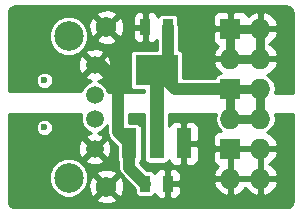
<source format=gtl>
G04 #@! TF.FileFunction,Copper,L1,Top,Signal*
%FSLAX46Y46*%
G04 Gerber Fmt 4.6, Leading zero omitted, Abs format (unit mm)*
G04 Created by KiCad (PCBNEW (2015-01-02 BZR 5348)-product) date 4/1/2015 10:56:25 PM*
%MOMM*%
G01*
G04 APERTURE LIST*
%ADD10C,0.100000*%
%ADD11R,0.889000X1.397000*%
%ADD12C,1.500000*%
%ADD13C,2.500000*%
%ADD14C,0.600000*%
%ADD15R,1.727200X1.727200*%
%ADD16O,1.727200X1.727200*%
%ADD17R,1.250000X2.550000*%
%ADD18R,1.250000X8.750000*%
%ADD19R,3.650000X2.550000*%
%ADD20C,1.727200*%
%ADD21C,1.000000*%
%ADD22C,0.750000*%
%ADD23C,0.254000*%
G04 APERTURE END LIST*
D10*
D11*
X129202500Y-109000000D03*
X127297500Y-109000000D03*
X129202500Y-95750000D03*
X127297500Y-95750000D03*
D12*
X123000000Y-106060000D03*
X123000000Y-103520000D03*
X123000000Y-101480000D03*
X123000000Y-98940000D03*
D13*
X120800000Y-108500000D03*
X120800000Y-96500000D03*
D14*
X118750000Y-104250000D03*
X118750000Y-100250000D03*
D15*
X134500000Y-106040000D03*
D16*
X134500000Y-108580000D03*
X137040000Y-106040000D03*
X137040000Y-108580000D03*
D15*
X134500000Y-100960000D03*
D16*
X134500000Y-103500000D03*
X137040000Y-100960000D03*
X137040000Y-103500000D03*
D15*
X134500000Y-95880000D03*
D16*
X134500000Y-98420000D03*
X137040000Y-95880000D03*
X137040000Y-98420000D03*
D17*
X125950000Y-105600000D03*
D18*
X128250000Y-102500000D03*
D17*
X130550000Y-105600000D03*
D19*
X128250000Y-99400000D03*
D20*
X124000000Y-109250000D03*
X124000000Y-95750000D03*
D21*
X125000000Y-100400000D02*
X125000000Y-104650000D01*
X125000000Y-104650000D02*
X125950000Y-105600000D01*
X123540000Y-98940000D02*
X125000000Y-100400000D01*
X123000000Y-98940000D02*
X123540000Y-98940000D01*
X125950000Y-107652500D02*
X127297500Y-109000000D01*
X125950000Y-105600000D02*
X125950000Y-107652500D01*
D22*
X134500000Y-95880000D02*
X137040000Y-95880000D01*
X137040000Y-95880000D02*
X137040000Y-98420000D01*
X137040000Y-98420000D02*
X134500000Y-98420000D01*
X134500000Y-98420000D02*
X134500000Y-95880000D01*
D21*
X128250000Y-99400000D02*
X128250000Y-102500000D01*
X129202500Y-98447500D02*
X128250000Y-99400000D01*
X129202500Y-95750000D02*
X129202500Y-98447500D01*
X128250000Y-99400000D02*
X128250000Y-102500000D01*
X129810000Y-100960000D02*
X128250000Y-99400000D01*
X134500000Y-100960000D02*
X129810000Y-100960000D01*
D22*
X134500000Y-103500000D02*
X137040000Y-103500000D01*
X137040000Y-103500000D02*
X137040000Y-100960000D01*
X137040000Y-100960000D02*
X134500000Y-100960000D01*
X134500000Y-100960000D02*
X134500000Y-103500000D01*
D23*
G36*
X139768200Y-110452549D02*
X139720034Y-110694694D01*
X139609748Y-110859748D01*
X139444693Y-110970034D01*
X139202549Y-111018200D01*
X138494958Y-111018200D01*
X138494958Y-108939026D01*
X138494958Y-108220974D01*
X138322688Y-107805053D01*
X137928490Y-107373179D01*
X137793687Y-107310000D01*
X137928490Y-107246821D01*
X138322688Y-106814947D01*
X138494958Y-106399026D01*
X138373817Y-106167000D01*
X137167000Y-106167000D01*
X137167000Y-107245531D01*
X137167000Y-107374469D01*
X137167000Y-108453000D01*
X138373817Y-108453000D01*
X138494958Y-108220974D01*
X138494958Y-108939026D01*
X138373817Y-108707000D01*
X137167000Y-108707000D01*
X137167000Y-109914469D01*
X137399027Y-110034968D01*
X137928490Y-109786821D01*
X138322688Y-109354947D01*
X138494958Y-108939026D01*
X138494958Y-111018200D01*
X136913000Y-111018200D01*
X136913000Y-109914469D01*
X136913000Y-108707000D01*
X136913000Y-108453000D01*
X136913000Y-107374469D01*
X136913000Y-107245531D01*
X136913000Y-106167000D01*
X135839850Y-106167000D01*
X135706183Y-106167000D01*
X134627000Y-106167000D01*
X134627000Y-107245531D01*
X134627000Y-107379850D01*
X134627000Y-108453000D01*
X135706183Y-108453000D01*
X135833817Y-108453000D01*
X136913000Y-108453000D01*
X136913000Y-108707000D01*
X135833817Y-108707000D01*
X135706183Y-108707000D01*
X134627000Y-108707000D01*
X134627000Y-109914469D01*
X134859027Y-110034968D01*
X135388490Y-109786821D01*
X135770000Y-109368847D01*
X136151510Y-109786821D01*
X136680973Y-110034968D01*
X136913000Y-109914469D01*
X136913000Y-111018200D01*
X134373000Y-111018200D01*
X134373000Y-109914469D01*
X134373000Y-108707000D01*
X134373000Y-108453000D01*
X134373000Y-107379850D01*
X134373000Y-107245531D01*
X134373000Y-106167000D01*
X133160150Y-106167000D01*
X133001400Y-106325750D01*
X133001400Y-106777291D01*
X133001400Y-107029910D01*
X133098073Y-107263299D01*
X133276702Y-107441927D01*
X133474119Y-107523700D01*
X133217312Y-107805053D01*
X133045042Y-108220974D01*
X133166183Y-108453000D01*
X134373000Y-108453000D01*
X134373000Y-108707000D01*
X133166183Y-108707000D01*
X133045042Y-108939026D01*
X133217312Y-109354947D01*
X133611510Y-109786821D01*
X134140973Y-110034968D01*
X134373000Y-109914469D01*
X134373000Y-111018200D01*
X131810000Y-111018200D01*
X131810000Y-107001310D01*
X131810000Y-106748691D01*
X131810000Y-105885750D01*
X131810000Y-105314250D01*
X131810000Y-104451309D01*
X131810000Y-104198690D01*
X131713327Y-103965301D01*
X131534698Y-103786673D01*
X131301309Y-103690000D01*
X130835750Y-103690000D01*
X130677000Y-103848750D01*
X130677000Y-105473000D01*
X131651250Y-105473000D01*
X131810000Y-105314250D01*
X131810000Y-105885750D01*
X131651250Y-105727000D01*
X130677000Y-105727000D01*
X130677000Y-107351250D01*
X130835750Y-107510000D01*
X131301309Y-107510000D01*
X131534698Y-107413327D01*
X131713327Y-107234699D01*
X131810000Y-107001310D01*
X131810000Y-111018200D01*
X130282000Y-111018200D01*
X130282000Y-109824810D01*
X130282000Y-109572191D01*
X130282000Y-109285750D01*
X130282000Y-108714250D01*
X130282000Y-108427809D01*
X130282000Y-108175190D01*
X130185327Y-107941801D01*
X130006698Y-107763173D01*
X129773309Y-107666500D01*
X129488250Y-107666500D01*
X129329500Y-107825250D01*
X129329500Y-108873000D01*
X130123250Y-108873000D01*
X130282000Y-108714250D01*
X130282000Y-109285750D01*
X130123250Y-109127000D01*
X129329500Y-109127000D01*
X129329500Y-110174750D01*
X129488250Y-110333500D01*
X129773309Y-110333500D01*
X130006698Y-110236827D01*
X130185327Y-110058199D01*
X130282000Y-109824810D01*
X130282000Y-111018200D01*
X125510248Y-111018200D01*
X125510248Y-109481970D01*
X125484058Y-108886365D01*
X125306516Y-108457741D01*
X125053805Y-108375800D01*
X124874200Y-108555405D01*
X124874200Y-108196195D01*
X124792259Y-107943484D01*
X124397201Y-107799833D01*
X124397201Y-106264829D01*
X124369230Y-105714552D01*
X124212460Y-105336077D01*
X123971517Y-105268088D01*
X123179605Y-106060000D01*
X123971517Y-106851912D01*
X124212460Y-106783923D01*
X124397201Y-106264829D01*
X124397201Y-107799833D01*
X124231970Y-107739752D01*
X123791912Y-107759102D01*
X123791912Y-107031517D01*
X123000000Y-106239605D01*
X122820395Y-106419210D01*
X122820395Y-106060000D01*
X122028483Y-105268088D01*
X121787540Y-105336077D01*
X121602799Y-105855171D01*
X121630770Y-106405448D01*
X121787540Y-106783923D01*
X122028483Y-106851912D01*
X122820395Y-106060000D01*
X122820395Y-106419210D01*
X122208088Y-107031517D01*
X122276077Y-107272460D01*
X122795171Y-107457201D01*
X123345448Y-107429230D01*
X123723923Y-107272460D01*
X123791912Y-107031517D01*
X123791912Y-107759102D01*
X123636365Y-107765942D01*
X123207741Y-107943484D01*
X123125800Y-108196195D01*
X124000000Y-109070395D01*
X124874200Y-108196195D01*
X124874200Y-108555405D01*
X124179605Y-109250000D01*
X125053805Y-110124200D01*
X125306516Y-110042259D01*
X125510248Y-109481970D01*
X125510248Y-111018200D01*
X124874200Y-111018200D01*
X124874200Y-110303805D01*
X124000000Y-109429605D01*
X123820395Y-109609210D01*
X123820395Y-109250000D01*
X122946195Y-108375800D01*
X122693484Y-108457741D01*
X122489752Y-109018030D01*
X122515942Y-109613635D01*
X122693484Y-110042259D01*
X122946195Y-110124200D01*
X123820395Y-109250000D01*
X123820395Y-109609210D01*
X123125800Y-110303805D01*
X123207741Y-110556516D01*
X123768030Y-110760248D01*
X124363635Y-110734058D01*
X124792259Y-110556516D01*
X124874200Y-110303805D01*
X124874200Y-111018200D01*
X122482091Y-111018200D01*
X122482091Y-108166937D01*
X122226592Y-107548582D01*
X121753907Y-107075071D01*
X121135998Y-106818493D01*
X120466937Y-106817909D01*
X119848582Y-107073408D01*
X119481927Y-107439423D01*
X119481927Y-104105075D01*
X119370752Y-103836010D01*
X119165073Y-103629972D01*
X118896203Y-103518327D01*
X118605075Y-103518073D01*
X118336010Y-103629248D01*
X118129972Y-103834927D01*
X118018327Y-104103797D01*
X118018073Y-104394925D01*
X118129248Y-104663990D01*
X118334927Y-104870028D01*
X118603797Y-104981673D01*
X118894925Y-104981927D01*
X119163990Y-104870752D01*
X119370028Y-104665073D01*
X119481673Y-104396203D01*
X119481927Y-104105075D01*
X119481927Y-107439423D01*
X119375071Y-107546093D01*
X119118493Y-108164002D01*
X119117909Y-108833063D01*
X119373408Y-109451418D01*
X119846093Y-109924929D01*
X120464002Y-110181507D01*
X121133063Y-110182091D01*
X121751418Y-109926592D01*
X122224929Y-109453907D01*
X122481507Y-108835998D01*
X122482091Y-108166937D01*
X122482091Y-111018200D01*
X116297450Y-111018200D01*
X116055305Y-110970034D01*
X115890251Y-110859748D01*
X115779965Y-110694693D01*
X115731800Y-110452549D01*
X115731800Y-103127000D01*
X121883553Y-103127000D01*
X121818405Y-103283894D01*
X121817995Y-103754043D01*
X121997534Y-104188561D01*
X122329690Y-104521297D01*
X122728742Y-104686998D01*
X122654552Y-104690770D01*
X122276077Y-104847540D01*
X122208088Y-105088483D01*
X123000000Y-105880395D01*
X123791912Y-105088483D01*
X123723923Y-104847540D01*
X123271501Y-104686527D01*
X123668561Y-104522466D01*
X124001297Y-104190310D01*
X124068200Y-104029190D01*
X124068200Y-104650000D01*
X124139129Y-105006585D01*
X124341118Y-105308882D01*
X124884741Y-105852505D01*
X124884741Y-106875000D01*
X124916685Y-107039644D01*
X125011742Y-107184351D01*
X125018200Y-107188710D01*
X125018200Y-107652500D01*
X125089129Y-108009085D01*
X125291118Y-108311382D01*
X126412741Y-109433005D01*
X126412741Y-109698500D01*
X126444685Y-109863144D01*
X126539742Y-110007851D01*
X126683245Y-110104716D01*
X126853000Y-110138759D01*
X127742000Y-110138759D01*
X127906644Y-110106815D01*
X128051351Y-110011758D01*
X128143741Y-109874884D01*
X128219673Y-110058199D01*
X128398302Y-110236827D01*
X128631691Y-110333500D01*
X128916750Y-110333500D01*
X129075500Y-110174750D01*
X129075500Y-109127000D01*
X129055500Y-109127000D01*
X129055500Y-108873000D01*
X129075500Y-108873000D01*
X129075500Y-107825250D01*
X128916750Y-107666500D01*
X128631691Y-107666500D01*
X128398302Y-107763173D01*
X128219673Y-107941801D01*
X128143301Y-108126178D01*
X128055258Y-107992149D01*
X127911755Y-107895284D01*
X127742000Y-107861241D01*
X127476505Y-107861241D01*
X126881800Y-107266536D01*
X126881800Y-107189933D01*
X126884351Y-107188258D01*
X126981216Y-107044755D01*
X127015259Y-106875000D01*
X127015259Y-104325000D01*
X126983315Y-104160356D01*
X126888258Y-104015649D01*
X126744755Y-103918784D01*
X126575000Y-103884741D01*
X125931800Y-103884741D01*
X125931800Y-103127000D01*
X127184741Y-103127000D01*
X127184741Y-106875000D01*
X127216685Y-107039644D01*
X127311742Y-107184351D01*
X127455245Y-107281216D01*
X127625000Y-107315259D01*
X128875000Y-107315259D01*
X129039644Y-107283315D01*
X129184351Y-107188258D01*
X129281216Y-107044755D01*
X129290000Y-107000953D01*
X129290000Y-107001310D01*
X129386673Y-107234699D01*
X129565302Y-107413327D01*
X129798691Y-107510000D01*
X130264250Y-107510000D01*
X130423000Y-107351250D01*
X130423000Y-105727000D01*
X130403000Y-105727000D01*
X130403000Y-105473000D01*
X130423000Y-105473000D01*
X130423000Y-103848750D01*
X130264250Y-103690000D01*
X129798691Y-103690000D01*
X129565302Y-103786673D01*
X129386673Y-103965301D01*
X129315259Y-104137709D01*
X129315259Y-103127000D01*
X133253415Y-103127000D01*
X133179222Y-103500000D01*
X133277828Y-103995728D01*
X133558636Y-104415986D01*
X133746330Y-104541400D01*
X133510091Y-104541400D01*
X133276702Y-104638073D01*
X133098073Y-104816701D01*
X133001400Y-105050090D01*
X133001400Y-105302709D01*
X133001400Y-105754250D01*
X133160150Y-105913000D01*
X134373000Y-105913000D01*
X134373000Y-105893000D01*
X134627000Y-105893000D01*
X134627000Y-105913000D01*
X135706183Y-105913000D01*
X135839850Y-105913000D01*
X136913000Y-105913000D01*
X136913000Y-105893000D01*
X137167000Y-105893000D01*
X137167000Y-105913000D01*
X138373817Y-105913000D01*
X138494958Y-105680974D01*
X138322688Y-105265053D01*
X137928490Y-104833179D01*
X137592595Y-104675753D01*
X137981364Y-104415986D01*
X138262172Y-103995728D01*
X138360778Y-103500000D01*
X138286584Y-103127000D01*
X139768200Y-103127000D01*
X139768200Y-110452549D01*
X139768200Y-110452549D01*
G37*
X139768200Y-110452549D02*
X139720034Y-110694694D01*
X139609748Y-110859748D01*
X139444693Y-110970034D01*
X139202549Y-111018200D01*
X138494958Y-111018200D01*
X138494958Y-108939026D01*
X138494958Y-108220974D01*
X138322688Y-107805053D01*
X137928490Y-107373179D01*
X137793687Y-107310000D01*
X137928490Y-107246821D01*
X138322688Y-106814947D01*
X138494958Y-106399026D01*
X138373817Y-106167000D01*
X137167000Y-106167000D01*
X137167000Y-107245531D01*
X137167000Y-107374469D01*
X137167000Y-108453000D01*
X138373817Y-108453000D01*
X138494958Y-108220974D01*
X138494958Y-108939026D01*
X138373817Y-108707000D01*
X137167000Y-108707000D01*
X137167000Y-109914469D01*
X137399027Y-110034968D01*
X137928490Y-109786821D01*
X138322688Y-109354947D01*
X138494958Y-108939026D01*
X138494958Y-111018200D01*
X136913000Y-111018200D01*
X136913000Y-109914469D01*
X136913000Y-108707000D01*
X136913000Y-108453000D01*
X136913000Y-107374469D01*
X136913000Y-107245531D01*
X136913000Y-106167000D01*
X135839850Y-106167000D01*
X135706183Y-106167000D01*
X134627000Y-106167000D01*
X134627000Y-107245531D01*
X134627000Y-107379850D01*
X134627000Y-108453000D01*
X135706183Y-108453000D01*
X135833817Y-108453000D01*
X136913000Y-108453000D01*
X136913000Y-108707000D01*
X135833817Y-108707000D01*
X135706183Y-108707000D01*
X134627000Y-108707000D01*
X134627000Y-109914469D01*
X134859027Y-110034968D01*
X135388490Y-109786821D01*
X135770000Y-109368847D01*
X136151510Y-109786821D01*
X136680973Y-110034968D01*
X136913000Y-109914469D01*
X136913000Y-111018200D01*
X134373000Y-111018200D01*
X134373000Y-109914469D01*
X134373000Y-108707000D01*
X134373000Y-108453000D01*
X134373000Y-107379850D01*
X134373000Y-107245531D01*
X134373000Y-106167000D01*
X133160150Y-106167000D01*
X133001400Y-106325750D01*
X133001400Y-106777291D01*
X133001400Y-107029910D01*
X133098073Y-107263299D01*
X133276702Y-107441927D01*
X133474119Y-107523700D01*
X133217312Y-107805053D01*
X133045042Y-108220974D01*
X133166183Y-108453000D01*
X134373000Y-108453000D01*
X134373000Y-108707000D01*
X133166183Y-108707000D01*
X133045042Y-108939026D01*
X133217312Y-109354947D01*
X133611510Y-109786821D01*
X134140973Y-110034968D01*
X134373000Y-109914469D01*
X134373000Y-111018200D01*
X131810000Y-111018200D01*
X131810000Y-107001310D01*
X131810000Y-106748691D01*
X131810000Y-105885750D01*
X131810000Y-105314250D01*
X131810000Y-104451309D01*
X131810000Y-104198690D01*
X131713327Y-103965301D01*
X131534698Y-103786673D01*
X131301309Y-103690000D01*
X130835750Y-103690000D01*
X130677000Y-103848750D01*
X130677000Y-105473000D01*
X131651250Y-105473000D01*
X131810000Y-105314250D01*
X131810000Y-105885750D01*
X131651250Y-105727000D01*
X130677000Y-105727000D01*
X130677000Y-107351250D01*
X130835750Y-107510000D01*
X131301309Y-107510000D01*
X131534698Y-107413327D01*
X131713327Y-107234699D01*
X131810000Y-107001310D01*
X131810000Y-111018200D01*
X130282000Y-111018200D01*
X130282000Y-109824810D01*
X130282000Y-109572191D01*
X130282000Y-109285750D01*
X130282000Y-108714250D01*
X130282000Y-108427809D01*
X130282000Y-108175190D01*
X130185327Y-107941801D01*
X130006698Y-107763173D01*
X129773309Y-107666500D01*
X129488250Y-107666500D01*
X129329500Y-107825250D01*
X129329500Y-108873000D01*
X130123250Y-108873000D01*
X130282000Y-108714250D01*
X130282000Y-109285750D01*
X130123250Y-109127000D01*
X129329500Y-109127000D01*
X129329500Y-110174750D01*
X129488250Y-110333500D01*
X129773309Y-110333500D01*
X130006698Y-110236827D01*
X130185327Y-110058199D01*
X130282000Y-109824810D01*
X130282000Y-111018200D01*
X125510248Y-111018200D01*
X125510248Y-109481970D01*
X125484058Y-108886365D01*
X125306516Y-108457741D01*
X125053805Y-108375800D01*
X124874200Y-108555405D01*
X124874200Y-108196195D01*
X124792259Y-107943484D01*
X124397201Y-107799833D01*
X124397201Y-106264829D01*
X124369230Y-105714552D01*
X124212460Y-105336077D01*
X123971517Y-105268088D01*
X123179605Y-106060000D01*
X123971517Y-106851912D01*
X124212460Y-106783923D01*
X124397201Y-106264829D01*
X124397201Y-107799833D01*
X124231970Y-107739752D01*
X123791912Y-107759102D01*
X123791912Y-107031517D01*
X123000000Y-106239605D01*
X122820395Y-106419210D01*
X122820395Y-106060000D01*
X122028483Y-105268088D01*
X121787540Y-105336077D01*
X121602799Y-105855171D01*
X121630770Y-106405448D01*
X121787540Y-106783923D01*
X122028483Y-106851912D01*
X122820395Y-106060000D01*
X122820395Y-106419210D01*
X122208088Y-107031517D01*
X122276077Y-107272460D01*
X122795171Y-107457201D01*
X123345448Y-107429230D01*
X123723923Y-107272460D01*
X123791912Y-107031517D01*
X123791912Y-107759102D01*
X123636365Y-107765942D01*
X123207741Y-107943484D01*
X123125800Y-108196195D01*
X124000000Y-109070395D01*
X124874200Y-108196195D01*
X124874200Y-108555405D01*
X124179605Y-109250000D01*
X125053805Y-110124200D01*
X125306516Y-110042259D01*
X125510248Y-109481970D01*
X125510248Y-111018200D01*
X124874200Y-111018200D01*
X124874200Y-110303805D01*
X124000000Y-109429605D01*
X123820395Y-109609210D01*
X123820395Y-109250000D01*
X122946195Y-108375800D01*
X122693484Y-108457741D01*
X122489752Y-109018030D01*
X122515942Y-109613635D01*
X122693484Y-110042259D01*
X122946195Y-110124200D01*
X123820395Y-109250000D01*
X123820395Y-109609210D01*
X123125800Y-110303805D01*
X123207741Y-110556516D01*
X123768030Y-110760248D01*
X124363635Y-110734058D01*
X124792259Y-110556516D01*
X124874200Y-110303805D01*
X124874200Y-111018200D01*
X122482091Y-111018200D01*
X122482091Y-108166937D01*
X122226592Y-107548582D01*
X121753907Y-107075071D01*
X121135998Y-106818493D01*
X120466937Y-106817909D01*
X119848582Y-107073408D01*
X119481927Y-107439423D01*
X119481927Y-104105075D01*
X119370752Y-103836010D01*
X119165073Y-103629972D01*
X118896203Y-103518327D01*
X118605075Y-103518073D01*
X118336010Y-103629248D01*
X118129972Y-103834927D01*
X118018327Y-104103797D01*
X118018073Y-104394925D01*
X118129248Y-104663990D01*
X118334927Y-104870028D01*
X118603797Y-104981673D01*
X118894925Y-104981927D01*
X119163990Y-104870752D01*
X119370028Y-104665073D01*
X119481673Y-104396203D01*
X119481927Y-104105075D01*
X119481927Y-107439423D01*
X119375071Y-107546093D01*
X119118493Y-108164002D01*
X119117909Y-108833063D01*
X119373408Y-109451418D01*
X119846093Y-109924929D01*
X120464002Y-110181507D01*
X121133063Y-110182091D01*
X121751418Y-109926592D01*
X122224929Y-109453907D01*
X122481507Y-108835998D01*
X122482091Y-108166937D01*
X122482091Y-111018200D01*
X116297450Y-111018200D01*
X116055305Y-110970034D01*
X115890251Y-110859748D01*
X115779965Y-110694693D01*
X115731800Y-110452549D01*
X115731800Y-103127000D01*
X121883553Y-103127000D01*
X121818405Y-103283894D01*
X121817995Y-103754043D01*
X121997534Y-104188561D01*
X122329690Y-104521297D01*
X122728742Y-104686998D01*
X122654552Y-104690770D01*
X122276077Y-104847540D01*
X122208088Y-105088483D01*
X123000000Y-105880395D01*
X123791912Y-105088483D01*
X123723923Y-104847540D01*
X123271501Y-104686527D01*
X123668561Y-104522466D01*
X124001297Y-104190310D01*
X124068200Y-104029190D01*
X124068200Y-104650000D01*
X124139129Y-105006585D01*
X124341118Y-105308882D01*
X124884741Y-105852505D01*
X124884741Y-106875000D01*
X124916685Y-107039644D01*
X125011742Y-107184351D01*
X125018200Y-107188710D01*
X125018200Y-107652500D01*
X125089129Y-108009085D01*
X125291118Y-108311382D01*
X126412741Y-109433005D01*
X126412741Y-109698500D01*
X126444685Y-109863144D01*
X126539742Y-110007851D01*
X126683245Y-110104716D01*
X126853000Y-110138759D01*
X127742000Y-110138759D01*
X127906644Y-110106815D01*
X128051351Y-110011758D01*
X128143741Y-109874884D01*
X128219673Y-110058199D01*
X128398302Y-110236827D01*
X128631691Y-110333500D01*
X128916750Y-110333500D01*
X129075500Y-110174750D01*
X129075500Y-109127000D01*
X129055500Y-109127000D01*
X129055500Y-108873000D01*
X129075500Y-108873000D01*
X129075500Y-107825250D01*
X128916750Y-107666500D01*
X128631691Y-107666500D01*
X128398302Y-107763173D01*
X128219673Y-107941801D01*
X128143301Y-108126178D01*
X128055258Y-107992149D01*
X127911755Y-107895284D01*
X127742000Y-107861241D01*
X127476505Y-107861241D01*
X126881800Y-107266536D01*
X126881800Y-107189933D01*
X126884351Y-107188258D01*
X126981216Y-107044755D01*
X127015259Y-106875000D01*
X127015259Y-104325000D01*
X126983315Y-104160356D01*
X126888258Y-104015649D01*
X126744755Y-103918784D01*
X126575000Y-103884741D01*
X125931800Y-103884741D01*
X125931800Y-103127000D01*
X127184741Y-103127000D01*
X127184741Y-106875000D01*
X127216685Y-107039644D01*
X127311742Y-107184351D01*
X127455245Y-107281216D01*
X127625000Y-107315259D01*
X128875000Y-107315259D01*
X129039644Y-107283315D01*
X129184351Y-107188258D01*
X129281216Y-107044755D01*
X129290000Y-107000953D01*
X129290000Y-107001310D01*
X129386673Y-107234699D01*
X129565302Y-107413327D01*
X129798691Y-107510000D01*
X130264250Y-107510000D01*
X130423000Y-107351250D01*
X130423000Y-105727000D01*
X130403000Y-105727000D01*
X130403000Y-105473000D01*
X130423000Y-105473000D01*
X130423000Y-103848750D01*
X130264250Y-103690000D01*
X129798691Y-103690000D01*
X129565302Y-103786673D01*
X129386673Y-103965301D01*
X129315259Y-104137709D01*
X129315259Y-103127000D01*
X133253415Y-103127000D01*
X133179222Y-103500000D01*
X133277828Y-103995728D01*
X133558636Y-104415986D01*
X133746330Y-104541400D01*
X133510091Y-104541400D01*
X133276702Y-104638073D01*
X133098073Y-104816701D01*
X133001400Y-105050090D01*
X133001400Y-105302709D01*
X133001400Y-105754250D01*
X133160150Y-105913000D01*
X134373000Y-105913000D01*
X134373000Y-105893000D01*
X134627000Y-105893000D01*
X134627000Y-105913000D01*
X135706183Y-105913000D01*
X135839850Y-105913000D01*
X136913000Y-105913000D01*
X136913000Y-105893000D01*
X137167000Y-105893000D01*
X137167000Y-105913000D01*
X138373817Y-105913000D01*
X138494958Y-105680974D01*
X138322688Y-105265053D01*
X137928490Y-104833179D01*
X137592595Y-104675753D01*
X137981364Y-104415986D01*
X138262172Y-103995728D01*
X138360778Y-103500000D01*
X138286584Y-103127000D01*
X139768200Y-103127000D01*
X139768200Y-110452549D01*
G36*
X139768200Y-101363553D02*
X138283346Y-101349276D01*
X138360778Y-100960000D01*
X138262172Y-100464272D01*
X137981364Y-100044014D01*
X137592595Y-99784246D01*
X137928490Y-99626821D01*
X138322688Y-99194947D01*
X138494958Y-98779026D01*
X138494958Y-98060974D01*
X138322688Y-97645053D01*
X137928490Y-97213179D01*
X137793687Y-97150000D01*
X137928490Y-97086821D01*
X138322688Y-96654947D01*
X138494958Y-96239026D01*
X138494958Y-95520974D01*
X138322688Y-95105053D01*
X137928490Y-94673179D01*
X137399027Y-94425032D01*
X137167000Y-94545531D01*
X137167000Y-95753000D01*
X138373817Y-95753000D01*
X138494958Y-95520974D01*
X138494958Y-96239026D01*
X138373817Y-96007000D01*
X137167000Y-96007000D01*
X137167000Y-97085531D01*
X137167000Y-97214469D01*
X137167000Y-98293000D01*
X138373817Y-98293000D01*
X138494958Y-98060974D01*
X138494958Y-98779026D01*
X138373817Y-98547000D01*
X137167000Y-98547000D01*
X137167000Y-98567000D01*
X136913000Y-98567000D01*
X136913000Y-98547000D01*
X136913000Y-98293000D01*
X136913000Y-97214469D01*
X136913000Y-97085531D01*
X136913000Y-96007000D01*
X136913000Y-95753000D01*
X136913000Y-94545531D01*
X136680973Y-94425032D01*
X136151510Y-94673179D01*
X135984528Y-94856119D01*
X135901927Y-94656701D01*
X135723298Y-94478073D01*
X135489909Y-94381400D01*
X134785750Y-94381400D01*
X134627000Y-94540150D01*
X134627000Y-95753000D01*
X135706183Y-95753000D01*
X135839850Y-95753000D01*
X136913000Y-95753000D01*
X136913000Y-96007000D01*
X135839850Y-96007000D01*
X135706183Y-96007000D01*
X134627000Y-96007000D01*
X134627000Y-97085531D01*
X134627000Y-97219850D01*
X134627000Y-98293000D01*
X135706183Y-98293000D01*
X135833817Y-98293000D01*
X136913000Y-98293000D01*
X136913000Y-98547000D01*
X135833817Y-98547000D01*
X135706183Y-98547000D01*
X134627000Y-98547000D01*
X134627000Y-98567000D01*
X134373000Y-98567000D01*
X134373000Y-98547000D01*
X134373000Y-98293000D01*
X134373000Y-97219850D01*
X134373000Y-97085531D01*
X134373000Y-96007000D01*
X134373000Y-95753000D01*
X134373000Y-94540150D01*
X134214250Y-94381400D01*
X133510091Y-94381400D01*
X133276702Y-94478073D01*
X133098073Y-94656701D01*
X133001400Y-94890090D01*
X133001400Y-95142709D01*
X133001400Y-95594250D01*
X133160150Y-95753000D01*
X134373000Y-95753000D01*
X134373000Y-96007000D01*
X133160150Y-96007000D01*
X133001400Y-96165750D01*
X133001400Y-96617291D01*
X133001400Y-96869910D01*
X133098073Y-97103299D01*
X133276702Y-97281927D01*
X133474119Y-97363700D01*
X133217312Y-97645053D01*
X133045042Y-98060974D01*
X133166183Y-98293000D01*
X134373000Y-98293000D01*
X134373000Y-98547000D01*
X133166183Y-98547000D01*
X133045042Y-98779026D01*
X133217312Y-99194947D01*
X133611510Y-99626821D01*
X133674069Y-99656141D01*
X133636400Y-99656141D01*
X133471756Y-99688085D01*
X133327049Y-99783142D01*
X133230184Y-99926645D01*
X133209817Y-100028200D01*
X130515259Y-100028200D01*
X130515259Y-98125000D01*
X130483315Y-97960356D01*
X130388258Y-97815649D01*
X130244755Y-97718784D01*
X130134300Y-97696633D01*
X130134300Y-95750000D01*
X130087259Y-95513509D01*
X130087259Y-95051500D01*
X130055315Y-94886856D01*
X129960258Y-94742149D01*
X129816755Y-94645284D01*
X129647000Y-94611241D01*
X128758000Y-94611241D01*
X128593356Y-94643185D01*
X128448649Y-94738242D01*
X128356258Y-94875115D01*
X128280327Y-94691801D01*
X128101698Y-94513173D01*
X127868309Y-94416500D01*
X127583250Y-94416500D01*
X127424500Y-94575250D01*
X127424500Y-95623000D01*
X127444500Y-95623000D01*
X127444500Y-95877000D01*
X127424500Y-95877000D01*
X127424500Y-96924750D01*
X127583250Y-97083500D01*
X127868309Y-97083500D01*
X128101698Y-96986827D01*
X128270700Y-96817825D01*
X128270700Y-97684741D01*
X127625000Y-97684741D01*
X127170500Y-97684741D01*
X127170500Y-96924750D01*
X127170500Y-95877000D01*
X127170500Y-95623000D01*
X127170500Y-94575250D01*
X127011750Y-94416500D01*
X126726691Y-94416500D01*
X126493302Y-94513173D01*
X126314673Y-94691801D01*
X126218000Y-94925190D01*
X126218000Y-95177809D01*
X126218000Y-95464250D01*
X126376750Y-95623000D01*
X127170500Y-95623000D01*
X127170500Y-95877000D01*
X126376750Y-95877000D01*
X126218000Y-96035750D01*
X126218000Y-96322191D01*
X126218000Y-96574810D01*
X126314673Y-96808199D01*
X126493302Y-96986827D01*
X126726691Y-97083500D01*
X127011750Y-97083500D01*
X127170500Y-96924750D01*
X127170500Y-97684741D01*
X126425000Y-97684741D01*
X126260356Y-97716685D01*
X126115649Y-97811742D01*
X126018784Y-97955245D01*
X125984741Y-98125000D01*
X125984741Y-100675000D01*
X126016685Y-100839644D01*
X126111742Y-100984351D01*
X126255245Y-101081216D01*
X126425000Y-101115259D01*
X127184741Y-101115259D01*
X127184741Y-101242558D01*
X125510248Y-101226457D01*
X125510248Y-95981970D01*
X125484058Y-95386365D01*
X125306516Y-94957741D01*
X125053805Y-94875800D01*
X124874200Y-95055405D01*
X124874200Y-94696195D01*
X124792259Y-94443484D01*
X124231970Y-94239752D01*
X123636365Y-94265942D01*
X123207741Y-94443484D01*
X123125800Y-94696195D01*
X124000000Y-95570395D01*
X124874200Y-94696195D01*
X124874200Y-95055405D01*
X124179605Y-95750000D01*
X125053805Y-96624200D01*
X125306516Y-96542259D01*
X125510248Y-95981970D01*
X125510248Y-101226457D01*
X124874200Y-101220341D01*
X124874200Y-96803805D01*
X124000000Y-95929605D01*
X123820395Y-96109210D01*
X123820395Y-95750000D01*
X122946195Y-94875800D01*
X122693484Y-94957741D01*
X122489752Y-95518030D01*
X122515942Y-96113635D01*
X122693484Y-96542259D01*
X122946195Y-96624200D01*
X123820395Y-95750000D01*
X123820395Y-96109210D01*
X123125800Y-96803805D01*
X123207741Y-97056516D01*
X123768030Y-97260248D01*
X124363635Y-97234058D01*
X124792259Y-97056516D01*
X124874200Y-96803805D01*
X124874200Y-101220341D01*
X124397201Y-101215754D01*
X124397201Y-99144829D01*
X124369230Y-98594552D01*
X124212460Y-98216077D01*
X123971517Y-98148088D01*
X123791912Y-98327693D01*
X123791912Y-97968483D01*
X123723923Y-97727540D01*
X123204829Y-97542799D01*
X122654552Y-97570770D01*
X122482091Y-97642205D01*
X122482091Y-96166937D01*
X122226592Y-95548582D01*
X121753907Y-95075071D01*
X121135998Y-94818493D01*
X120466937Y-94817909D01*
X119848582Y-95073408D01*
X119375071Y-95546093D01*
X119118493Y-96164002D01*
X119117909Y-96833063D01*
X119373408Y-97451418D01*
X119846093Y-97924929D01*
X120464002Y-98181507D01*
X121133063Y-98182091D01*
X121751418Y-97926592D01*
X122224929Y-97453907D01*
X122481507Y-96835998D01*
X122482091Y-96166937D01*
X122482091Y-97642205D01*
X122276077Y-97727540D01*
X122208088Y-97968483D01*
X123000000Y-98760395D01*
X123791912Y-97968483D01*
X123791912Y-98327693D01*
X123179605Y-98940000D01*
X123971517Y-99731912D01*
X124212460Y-99663923D01*
X124397201Y-99144829D01*
X124397201Y-101215754D01*
X124168617Y-101213557D01*
X124002466Y-100811439D01*
X123670310Y-100478703D01*
X123271257Y-100313001D01*
X123345448Y-100309230D01*
X123723923Y-100152460D01*
X123791912Y-99911517D01*
X123000000Y-99119605D01*
X122820395Y-99299210D01*
X122820395Y-98940000D01*
X122028483Y-98148088D01*
X121787540Y-98216077D01*
X121602799Y-98735171D01*
X121630770Y-99285448D01*
X121787540Y-99663923D01*
X122028483Y-99731912D01*
X122820395Y-98940000D01*
X122820395Y-99299210D01*
X122208088Y-99911517D01*
X122276077Y-100152460D01*
X122728498Y-100313472D01*
X122331439Y-100477534D01*
X121998703Y-100809690D01*
X121840298Y-101191169D01*
X119481927Y-101168492D01*
X119481927Y-100105075D01*
X119370752Y-99836010D01*
X119165073Y-99629972D01*
X118896203Y-99518327D01*
X118605075Y-99518073D01*
X118336010Y-99629248D01*
X118129972Y-99834927D01*
X118018327Y-100103797D01*
X118018073Y-100394925D01*
X118129248Y-100663990D01*
X118334927Y-100870028D01*
X118603797Y-100981673D01*
X118894925Y-100981927D01*
X119163990Y-100870752D01*
X119370028Y-100665073D01*
X119481673Y-100396203D01*
X119481927Y-100105075D01*
X119481927Y-101168492D01*
X115731800Y-101132434D01*
X115731800Y-94547450D01*
X115779965Y-94305306D01*
X115890251Y-94140251D01*
X116055305Y-94029965D01*
X116297450Y-93981800D01*
X139202549Y-93981800D01*
X139444693Y-94029965D01*
X139609748Y-94140251D01*
X139720034Y-94305305D01*
X139768200Y-94547450D01*
X139768200Y-101363553D01*
X139768200Y-101363553D01*
G37*
X139768200Y-101363553D02*
X138283346Y-101349276D01*
X138360778Y-100960000D01*
X138262172Y-100464272D01*
X137981364Y-100044014D01*
X137592595Y-99784246D01*
X137928490Y-99626821D01*
X138322688Y-99194947D01*
X138494958Y-98779026D01*
X138494958Y-98060974D01*
X138322688Y-97645053D01*
X137928490Y-97213179D01*
X137793687Y-97150000D01*
X137928490Y-97086821D01*
X138322688Y-96654947D01*
X138494958Y-96239026D01*
X138494958Y-95520974D01*
X138322688Y-95105053D01*
X137928490Y-94673179D01*
X137399027Y-94425032D01*
X137167000Y-94545531D01*
X137167000Y-95753000D01*
X138373817Y-95753000D01*
X138494958Y-95520974D01*
X138494958Y-96239026D01*
X138373817Y-96007000D01*
X137167000Y-96007000D01*
X137167000Y-97085531D01*
X137167000Y-97214469D01*
X137167000Y-98293000D01*
X138373817Y-98293000D01*
X138494958Y-98060974D01*
X138494958Y-98779026D01*
X138373817Y-98547000D01*
X137167000Y-98547000D01*
X137167000Y-98567000D01*
X136913000Y-98567000D01*
X136913000Y-98547000D01*
X136913000Y-98293000D01*
X136913000Y-97214469D01*
X136913000Y-97085531D01*
X136913000Y-96007000D01*
X136913000Y-95753000D01*
X136913000Y-94545531D01*
X136680973Y-94425032D01*
X136151510Y-94673179D01*
X135984528Y-94856119D01*
X135901927Y-94656701D01*
X135723298Y-94478073D01*
X135489909Y-94381400D01*
X134785750Y-94381400D01*
X134627000Y-94540150D01*
X134627000Y-95753000D01*
X135706183Y-95753000D01*
X135839850Y-95753000D01*
X136913000Y-95753000D01*
X136913000Y-96007000D01*
X135839850Y-96007000D01*
X135706183Y-96007000D01*
X134627000Y-96007000D01*
X134627000Y-97085531D01*
X134627000Y-97219850D01*
X134627000Y-98293000D01*
X135706183Y-98293000D01*
X135833817Y-98293000D01*
X136913000Y-98293000D01*
X136913000Y-98547000D01*
X135833817Y-98547000D01*
X135706183Y-98547000D01*
X134627000Y-98547000D01*
X134627000Y-98567000D01*
X134373000Y-98567000D01*
X134373000Y-98547000D01*
X134373000Y-98293000D01*
X134373000Y-97219850D01*
X134373000Y-97085531D01*
X134373000Y-96007000D01*
X134373000Y-95753000D01*
X134373000Y-94540150D01*
X134214250Y-94381400D01*
X133510091Y-94381400D01*
X133276702Y-94478073D01*
X133098073Y-94656701D01*
X133001400Y-94890090D01*
X133001400Y-95142709D01*
X133001400Y-95594250D01*
X133160150Y-95753000D01*
X134373000Y-95753000D01*
X134373000Y-96007000D01*
X133160150Y-96007000D01*
X133001400Y-96165750D01*
X133001400Y-96617291D01*
X133001400Y-96869910D01*
X133098073Y-97103299D01*
X133276702Y-97281927D01*
X133474119Y-97363700D01*
X133217312Y-97645053D01*
X133045042Y-98060974D01*
X133166183Y-98293000D01*
X134373000Y-98293000D01*
X134373000Y-98547000D01*
X133166183Y-98547000D01*
X133045042Y-98779026D01*
X133217312Y-99194947D01*
X133611510Y-99626821D01*
X133674069Y-99656141D01*
X133636400Y-99656141D01*
X133471756Y-99688085D01*
X133327049Y-99783142D01*
X133230184Y-99926645D01*
X133209817Y-100028200D01*
X130515259Y-100028200D01*
X130515259Y-98125000D01*
X130483315Y-97960356D01*
X130388258Y-97815649D01*
X130244755Y-97718784D01*
X130134300Y-97696633D01*
X130134300Y-95750000D01*
X130087259Y-95513509D01*
X130087259Y-95051500D01*
X130055315Y-94886856D01*
X129960258Y-94742149D01*
X129816755Y-94645284D01*
X129647000Y-94611241D01*
X128758000Y-94611241D01*
X128593356Y-94643185D01*
X128448649Y-94738242D01*
X128356258Y-94875115D01*
X128280327Y-94691801D01*
X128101698Y-94513173D01*
X127868309Y-94416500D01*
X127583250Y-94416500D01*
X127424500Y-94575250D01*
X127424500Y-95623000D01*
X127444500Y-95623000D01*
X127444500Y-95877000D01*
X127424500Y-95877000D01*
X127424500Y-96924750D01*
X127583250Y-97083500D01*
X127868309Y-97083500D01*
X128101698Y-96986827D01*
X128270700Y-96817825D01*
X128270700Y-97684741D01*
X127625000Y-97684741D01*
X127170500Y-97684741D01*
X127170500Y-96924750D01*
X127170500Y-95877000D01*
X127170500Y-95623000D01*
X127170500Y-94575250D01*
X127011750Y-94416500D01*
X126726691Y-94416500D01*
X126493302Y-94513173D01*
X126314673Y-94691801D01*
X126218000Y-94925190D01*
X126218000Y-95177809D01*
X126218000Y-95464250D01*
X126376750Y-95623000D01*
X127170500Y-95623000D01*
X127170500Y-95877000D01*
X126376750Y-95877000D01*
X126218000Y-96035750D01*
X126218000Y-96322191D01*
X126218000Y-96574810D01*
X126314673Y-96808199D01*
X126493302Y-96986827D01*
X126726691Y-97083500D01*
X127011750Y-97083500D01*
X127170500Y-96924750D01*
X127170500Y-97684741D01*
X126425000Y-97684741D01*
X126260356Y-97716685D01*
X126115649Y-97811742D01*
X126018784Y-97955245D01*
X125984741Y-98125000D01*
X125984741Y-100675000D01*
X126016685Y-100839644D01*
X126111742Y-100984351D01*
X126255245Y-101081216D01*
X126425000Y-101115259D01*
X127184741Y-101115259D01*
X127184741Y-101242558D01*
X125510248Y-101226457D01*
X125510248Y-95981970D01*
X125484058Y-95386365D01*
X125306516Y-94957741D01*
X125053805Y-94875800D01*
X124874200Y-95055405D01*
X124874200Y-94696195D01*
X124792259Y-94443484D01*
X124231970Y-94239752D01*
X123636365Y-94265942D01*
X123207741Y-94443484D01*
X123125800Y-94696195D01*
X124000000Y-95570395D01*
X124874200Y-94696195D01*
X124874200Y-95055405D01*
X124179605Y-95750000D01*
X125053805Y-96624200D01*
X125306516Y-96542259D01*
X125510248Y-95981970D01*
X125510248Y-101226457D01*
X124874200Y-101220341D01*
X124874200Y-96803805D01*
X124000000Y-95929605D01*
X123820395Y-96109210D01*
X123820395Y-95750000D01*
X122946195Y-94875800D01*
X122693484Y-94957741D01*
X122489752Y-95518030D01*
X122515942Y-96113635D01*
X122693484Y-96542259D01*
X122946195Y-96624200D01*
X123820395Y-95750000D01*
X123820395Y-96109210D01*
X123125800Y-96803805D01*
X123207741Y-97056516D01*
X123768030Y-97260248D01*
X124363635Y-97234058D01*
X124792259Y-97056516D01*
X124874200Y-96803805D01*
X124874200Y-101220341D01*
X124397201Y-101215754D01*
X124397201Y-99144829D01*
X124369230Y-98594552D01*
X124212460Y-98216077D01*
X123971517Y-98148088D01*
X123791912Y-98327693D01*
X123791912Y-97968483D01*
X123723923Y-97727540D01*
X123204829Y-97542799D01*
X122654552Y-97570770D01*
X122482091Y-97642205D01*
X122482091Y-96166937D01*
X122226592Y-95548582D01*
X121753907Y-95075071D01*
X121135998Y-94818493D01*
X120466937Y-94817909D01*
X119848582Y-95073408D01*
X119375071Y-95546093D01*
X119118493Y-96164002D01*
X119117909Y-96833063D01*
X119373408Y-97451418D01*
X119846093Y-97924929D01*
X120464002Y-98181507D01*
X121133063Y-98182091D01*
X121751418Y-97926592D01*
X122224929Y-97453907D01*
X122481507Y-96835998D01*
X122482091Y-96166937D01*
X122482091Y-97642205D01*
X122276077Y-97727540D01*
X122208088Y-97968483D01*
X123000000Y-98760395D01*
X123791912Y-97968483D01*
X123791912Y-98327693D01*
X123179605Y-98940000D01*
X123971517Y-99731912D01*
X124212460Y-99663923D01*
X124397201Y-99144829D01*
X124397201Y-101215754D01*
X124168617Y-101213557D01*
X124002466Y-100811439D01*
X123670310Y-100478703D01*
X123271257Y-100313001D01*
X123345448Y-100309230D01*
X123723923Y-100152460D01*
X123791912Y-99911517D01*
X123000000Y-99119605D01*
X122820395Y-99299210D01*
X122820395Y-98940000D01*
X122028483Y-98148088D01*
X121787540Y-98216077D01*
X121602799Y-98735171D01*
X121630770Y-99285448D01*
X121787540Y-99663923D01*
X122028483Y-99731912D01*
X122820395Y-98940000D01*
X122820395Y-99299210D01*
X122208088Y-99911517D01*
X122276077Y-100152460D01*
X122728498Y-100313472D01*
X122331439Y-100477534D01*
X121998703Y-100809690D01*
X121840298Y-101191169D01*
X119481927Y-101168492D01*
X119481927Y-100105075D01*
X119370752Y-99836010D01*
X119165073Y-99629972D01*
X118896203Y-99518327D01*
X118605075Y-99518073D01*
X118336010Y-99629248D01*
X118129972Y-99834927D01*
X118018327Y-100103797D01*
X118018073Y-100394925D01*
X118129248Y-100663990D01*
X118334927Y-100870028D01*
X118603797Y-100981673D01*
X118894925Y-100981927D01*
X119163990Y-100870752D01*
X119370028Y-100665073D01*
X119481673Y-100396203D01*
X119481927Y-100105075D01*
X119481927Y-101168492D01*
X115731800Y-101132434D01*
X115731800Y-94547450D01*
X115779965Y-94305306D01*
X115890251Y-94140251D01*
X116055305Y-94029965D01*
X116297450Y-93981800D01*
X139202549Y-93981800D01*
X139444693Y-94029965D01*
X139609748Y-94140251D01*
X139720034Y-94305305D01*
X139768200Y-94547450D01*
X139768200Y-101363553D01*
M02*

</source>
